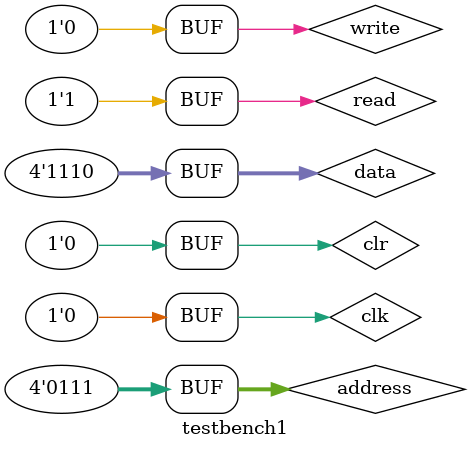
<source format=sv>
`timescale 1ns / 1ps
module testbench1();
logic clk, write, read,clr;
logic [3:0] address;
logic [3:0] data;
logic [3:0] out;
dataMemory dut (clk, clr, read, write, address, data, out );
always
    begin
        clk <= 1; # 5; clk <= 0; # 5;
    end
    
initial begin
 write = 1; read = 0; clr = 1;
 data = 4'b0000; address = 4'b0000;
 #10;
 clr = 0;
 data = 4'b0010; address = 4'b0001;
 #10;
 data = 4'b0100; address = 4'b0010;
 #10;
 data = 4'b0110; address = 4'b0011;
 #10;
 data = 4'b1000; address = 4'b0100;
 #10;
 data = 4'b1010; address = 4'b0101;
 #10;
 data = 4'b1100; address = 4'b0110;
 #10;
 data = 4'b1110; address = 4'b0111;
 #10;
 data = 0; read = 1; write = 0;
 data = 4'b0000; address = 4'b0000;
 #10;
 data = 4'b0010; address = 4'b0001;
 #10;
 data = 4'b0100; address = 4'b0010;
 #10;
 data = 4'b0110; address = 4'b0011;
 #10;
 data = 4'b1000; address = 4'b0100;
 #10;
 data = 4'b1010; address = 4'b0101;
 #10;
 data = 4'b1100; address = 4'b0110;
 #10;
 data = 4'b1110; address = 4'b0111;
 #10;
 end

endmodule

</source>
